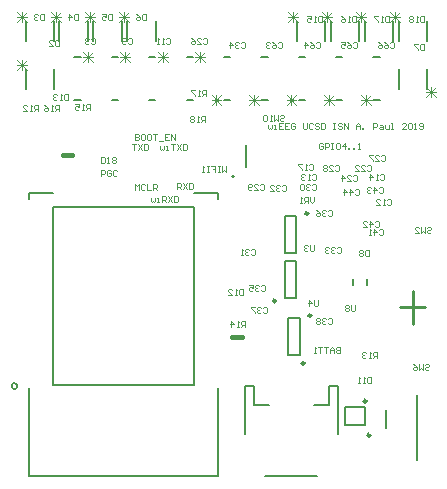
<source format=gbo>
G04*
G04 #@! TF.GenerationSoftware,Altium Limited,Altium Designer,19.1.7 (138)*
G04*
G04 Layer_Color=32896*
%FSLAX43Y43*%
%MOMM*%
G71*
G01*
G75*
%ADD10C,0.200*%
%ADD11C,0.250*%
%ADD15C,0.127*%
%ADD16C,0.254*%
%ADD17C,0.400*%
%ADD18C,0.102*%
%ADD89C,0.152*%
%ADD123C,0.076*%
D10*
X18160Y15675D02*
G03*
X18160Y15675I-100J0D01*
G01*
X19050Y-6100D02*
Y-2100D01*
X19850Y-3700D02*
Y-2100D01*
Y-3700D02*
X21100D01*
X19050Y-2100D02*
X19850D01*
X20800Y-9700D02*
X25200D01*
X26950Y-6100D02*
Y-2100D01*
X24900Y-3700D02*
X26150D01*
Y-2100D02*
X26950D01*
X26150Y-3700D02*
Y-2100D01*
X22700Y3650D02*
X23700D01*
X22700Y550D02*
X23700D01*
Y3650D01*
X22700Y550D02*
Y3650D01*
X22425Y5400D02*
X23425D01*
X22425Y8500D02*
X23425D01*
X22425Y5400D02*
Y8500D01*
X23425Y5400D02*
Y8500D01*
X22425Y9200D02*
Y12300D01*
X23425Y9200D02*
Y12300D01*
X22425Y9200D02*
X23425D01*
X22425Y12300D02*
X23425D01*
X33600Y-8350D02*
Y-2850D01*
X31000Y-5600D02*
Y-4100D01*
X29225Y-5380D02*
Y-3820D01*
X27575D02*
X29225D01*
X27575Y-5380D02*
Y-3820D01*
Y-5380D02*
X29225D01*
D11*
X24125Y-150D02*
G03*
X24125Y-150I-125J0D01*
G01*
X24700Y3900D02*
G03*
X24700Y3900I-125J0D01*
G01*
X21675Y5150D02*
G03*
X21675Y5150I-125J0D01*
G01*
X24425Y12550D02*
G03*
X24425Y12550I-125J0D01*
G01*
X29375Y-3350D02*
G03*
X29375Y-3350I-125J0D01*
G01*
X29685Y-6235D02*
G03*
X29685Y-6235I-125J0D01*
G01*
D15*
X-200Y-2075D02*
G03*
X-200Y-2075I-250J0D01*
G01*
X19175Y16475D02*
Y18375D01*
X2800Y-1940D02*
X14800D01*
Y13060D01*
X2800D02*
X14800D01*
X2800Y-1940D02*
Y13060D01*
X800Y-9700D02*
Y-2200D01*
Y-9700D02*
X16800D01*
Y-2200D01*
X800Y13800D02*
Y14300D01*
X2800D01*
X16800Y13800D02*
Y14300D01*
X14800D02*
X16800D01*
D16*
X33278Y3203D02*
Y5997D01*
Y4600D02*
X34328D01*
X32228D02*
X33278D01*
D17*
X3650Y17525D02*
X4450D01*
X18000Y2075D02*
X18800D01*
D18*
X22039Y20819D02*
X22124Y20904D01*
X22293D01*
X22377Y20819D01*
Y20735D01*
X22293Y20650D01*
X22124D01*
X22039Y20566D01*
Y20481D01*
X22124Y20396D01*
X22293D01*
X22377Y20481D01*
X21870Y20904D02*
Y20396D01*
X21700Y20566D01*
X21531Y20396D01*
Y20904D01*
X21362Y20396D02*
X21192D01*
X21277D01*
Y20904D01*
X21362Y20819D01*
X20939D02*
X20854Y20904D01*
X20685D01*
X20600Y20819D01*
Y20481D01*
X20685Y20396D01*
X20854D01*
X20939Y20481D01*
Y20819D01*
X21050Y20039D02*
Y19785D01*
X21135Y19700D01*
X21219Y19785D01*
X21304Y19700D01*
X21389Y19785D01*
Y20039D01*
X21558Y19700D02*
X21727D01*
X21642D01*
Y20039D01*
X21558D01*
X22320Y20208D02*
X21981D01*
Y19700D01*
X22320D01*
X21981Y19954D02*
X22150D01*
X22827Y20208D02*
X22489D01*
Y19700D01*
X22827D01*
X22489Y19954D02*
X22658D01*
X23335Y20123D02*
X23251Y20208D01*
X23081D01*
X22997Y20123D01*
Y19785D01*
X23081Y19700D01*
X23251D01*
X23335Y19785D01*
Y19954D01*
X23166D01*
X24012Y20208D02*
Y19785D01*
X24097Y19700D01*
X24266D01*
X24351Y19785D01*
Y20208D01*
X24859Y20123D02*
X24774Y20208D01*
X24605D01*
X24520Y20123D01*
Y19785D01*
X24605Y19700D01*
X24774D01*
X24859Y19785D01*
X25367Y20123D02*
X25282Y20208D01*
X25113D01*
X25028Y20123D01*
Y20039D01*
X25113Y19954D01*
X25282D01*
X25367Y19869D01*
Y19785D01*
X25282Y19700D01*
X25113D01*
X25028Y19785D01*
X25536Y20208D02*
Y19700D01*
X25790D01*
X25874Y19785D01*
Y20123D01*
X25790Y20208D01*
X25536D01*
X26552D02*
X26721D01*
X26636D01*
Y19700D01*
X26552D01*
X26721D01*
X27313Y20123D02*
X27229Y20208D01*
X27059D01*
X26975Y20123D01*
Y20039D01*
X27059Y19954D01*
X27229D01*
X27313Y19869D01*
Y19785D01*
X27229Y19700D01*
X27059D01*
X26975Y19785D01*
X27483Y19700D02*
Y20208D01*
X27821Y19700D01*
Y20208D01*
X28498Y19700D02*
Y20039D01*
X28668Y20208D01*
X28837Y20039D01*
Y19700D01*
Y19954D01*
X28498D01*
X29006Y19700D02*
Y19785D01*
X29091D01*
Y19700D01*
X29006D01*
X29937D02*
Y20208D01*
X30191D01*
X30276Y20123D01*
Y19954D01*
X30191Y19869D01*
X29937D01*
X30530Y20039D02*
X30699D01*
X30784Y19954D01*
Y19700D01*
X30530D01*
X30445Y19785D01*
X30530Y19869D01*
X30784D01*
X30953Y20039D02*
Y19785D01*
X31037Y19700D01*
X31291D01*
Y20039D01*
X31461Y19700D02*
X31630D01*
X31545D01*
Y20208D01*
X31461D01*
X32730Y19700D02*
X32392D01*
X32730Y20039D01*
Y20123D01*
X32646Y20208D01*
X32476D01*
X32392Y20123D01*
X32899D02*
X32984Y20208D01*
X33153D01*
X33238Y20123D01*
Y19785D01*
X33153Y19700D01*
X32984D01*
X32899Y19785D01*
Y20123D01*
X33407Y19700D02*
X33577D01*
X33492D01*
Y20208D01*
X33407Y20123D01*
X33831Y19785D02*
X33915Y19700D01*
X34084D01*
X34169Y19785D01*
Y20123D01*
X34084Y20208D01*
X33915D01*
X33831Y20123D01*
Y20039D01*
X33915Y19954D01*
X34169D01*
X29411Y16573D02*
X29496Y16658D01*
X29665D01*
X29750Y16573D01*
Y16235D01*
X29665Y16150D01*
X29496D01*
X29411Y16235D01*
X28904Y16150D02*
X29242D01*
X28904Y16489D01*
Y16573D01*
X28988Y16658D01*
X29158D01*
X29242Y16573D01*
X28396Y16150D02*
X28734D01*
X28396Y16489D01*
Y16573D01*
X28480Y16658D01*
X28650D01*
X28734Y16573D01*
X26661Y16523D02*
X26746Y16608D01*
X26915D01*
X27000Y16523D01*
Y16185D01*
X26915Y16100D01*
X26746D01*
X26661Y16185D01*
X26154Y16100D02*
X26492D01*
X26154Y16439D01*
Y16523D01*
X26238Y16608D01*
X26408D01*
X26492Y16523D01*
X25984D02*
X25900Y16608D01*
X25730D01*
X25646Y16523D01*
Y16439D01*
X25730Y16354D01*
X25646Y16269D01*
Y16185D01*
X25730Y16100D01*
X25900D01*
X25984Y16185D01*
Y16269D01*
X25900Y16354D01*
X25984Y16439D01*
Y16523D01*
X25900Y16354D02*
X25730D01*
X28211Y15673D02*
X28296Y15758D01*
X28465D01*
X28550Y15673D01*
Y15335D01*
X28465Y15250D01*
X28296D01*
X28211Y15335D01*
X27704Y15250D02*
X28042D01*
X27704Y15589D01*
Y15673D01*
X27788Y15758D01*
X27958D01*
X28042Y15673D01*
X27280Y15250D02*
Y15758D01*
X27534Y15504D01*
X27196D01*
X30586Y17423D02*
X30671Y17508D01*
X30840D01*
X30925Y17423D01*
Y17085D01*
X30840Y17000D01*
X30671D01*
X30586Y17085D01*
X30079Y17000D02*
X30417D01*
X30079Y17339D01*
Y17423D01*
X30163Y17508D01*
X30333D01*
X30417Y17423D01*
X29909Y17508D02*
X29571D01*
Y17423D01*
X29909Y17085D01*
Y17000D01*
X30411Y14673D02*
X30496Y14758D01*
X30665D01*
X30750Y14673D01*
Y14335D01*
X30665Y14250D01*
X30496D01*
X30411Y14335D01*
X29988Y14250D02*
Y14758D01*
X30242Y14504D01*
X29904D01*
X29734Y14673D02*
X29650Y14758D01*
X29480D01*
X29396Y14673D01*
Y14589D01*
X29480Y14504D01*
X29565D01*
X29480D01*
X29396Y14419D01*
Y14335D01*
X29480Y14250D01*
X29650D01*
X29734Y14335D01*
X31086Y13673D02*
X31171Y13758D01*
X31340D01*
X31425Y13673D01*
Y13335D01*
X31340Y13250D01*
X31171D01*
X31086Y13335D01*
X30917Y13250D02*
X30748D01*
X30833D01*
Y13758D01*
X30917Y13673D01*
X30155Y13250D02*
X30494D01*
X30155Y13589D01*
Y13673D01*
X30240Y13758D01*
X30409D01*
X30494Y13673D01*
X15800Y22525D02*
Y23033D01*
X15546D01*
X15461Y22948D01*
Y22779D01*
X15546Y22694D01*
X15800D01*
X15631D02*
X15461Y22525D01*
X15292D02*
X15123D01*
X15208D01*
Y23033D01*
X15292Y22948D01*
X14869Y23033D02*
X14530D01*
Y22948D01*
X14869Y22610D01*
Y22525D01*
X15675Y20275D02*
Y20783D01*
X15421D01*
X15336Y20698D01*
Y20529D01*
X15421Y20444D01*
X15675D01*
X15506D02*
X15336Y20275D01*
X15167D02*
X14998D01*
X15083D01*
Y20783D01*
X15167Y20698D01*
X14744D02*
X14659Y20783D01*
X14490D01*
X14405Y20698D01*
Y20614D01*
X14490Y20529D01*
X14405Y20444D01*
Y20360D01*
X14490Y20275D01*
X14659D01*
X14744Y20360D01*
Y20444D01*
X14659Y20529D01*
X14744Y20614D01*
Y20698D01*
X14659Y20529D02*
X14490D01*
X4100Y22683D02*
Y22175D01*
X3846D01*
X3761Y22260D01*
Y22598D01*
X3846Y22683D01*
X4100D01*
X3592Y22175D02*
X3423D01*
X3508D01*
Y22683D01*
X3592Y22598D01*
X3169D02*
X3084Y22683D01*
X2915D01*
X2830Y22598D01*
Y22514D01*
X2915Y22429D01*
X3000D01*
X2915D01*
X2830Y22344D01*
Y22260D01*
X2915Y22175D01*
X3084D01*
X3169Y22260D01*
X2052Y29468D02*
Y28961D01*
X1798D01*
X1713Y29045D01*
Y29384D01*
X1798Y29468D01*
X2052D01*
X1544Y29384D02*
X1460Y29468D01*
X1290D01*
X1206Y29384D01*
Y29299D01*
X1290Y29215D01*
X1375D01*
X1290D01*
X1206Y29130D01*
Y29045D01*
X1290Y28961D01*
X1460D01*
X1544Y29045D01*
X4948Y29468D02*
Y28961D01*
X4694D01*
X4609Y29045D01*
Y29384D01*
X4694Y29468D01*
X4948D01*
X4186Y28961D02*
Y29468D01*
X4440Y29215D01*
X4101D01*
X7818Y29468D02*
Y28961D01*
X7564D01*
X7479Y29045D01*
Y29384D01*
X7564Y29468D01*
X7818D01*
X6971D02*
X7310D01*
Y29215D01*
X7141Y29299D01*
X7056D01*
X6971Y29215D01*
Y29045D01*
X7056Y28961D01*
X7225D01*
X7310Y29045D01*
X10688Y29468D02*
Y28961D01*
X10434D01*
X10349Y29045D01*
Y29384D01*
X10434Y29468D01*
X10688D01*
X9842D02*
X10011Y29384D01*
X10180Y29215D01*
Y29045D01*
X10096Y28961D01*
X9926D01*
X9842Y29045D01*
Y29130D01*
X9926Y29215D01*
X10180D01*
X25564Y29293D02*
Y28786D01*
X25310D01*
X25225Y28870D01*
Y29209D01*
X25310Y29293D01*
X25564D01*
X25056Y28786D02*
X24887D01*
X24972D01*
Y29293D01*
X25056Y29209D01*
X24294Y29293D02*
X24633D01*
Y29040D01*
X24464Y29124D01*
X24379D01*
X24294Y29040D01*
Y28870D01*
X24379Y28786D01*
X24548D01*
X24633Y28870D01*
X28434Y29293D02*
Y28786D01*
X28180D01*
X28096Y28870D01*
Y29209D01*
X28180Y29293D01*
X28434D01*
X27926Y28786D02*
X27757D01*
X27842D01*
Y29293D01*
X27926Y29209D01*
X27165Y29293D02*
X27334Y29209D01*
X27503Y29040D01*
Y28870D01*
X27419Y28786D01*
X27249D01*
X27165Y28870D01*
Y28955D01*
X27249Y29040D01*
X27503D01*
X31304Y29293D02*
Y28786D01*
X31051D01*
X30966Y28870D01*
Y29209D01*
X31051Y29293D01*
X31304D01*
X30797Y28786D02*
X30627D01*
X30712D01*
Y29293D01*
X30797Y29209D01*
X30373Y29293D02*
X30035D01*
Y29209D01*
X30373Y28870D01*
Y28786D01*
X34200Y29293D02*
Y28786D01*
X33946D01*
X33861Y28870D01*
Y29209D01*
X33946Y29293D01*
X34200D01*
X33692Y28786D02*
X33523D01*
X33608D01*
Y29293D01*
X33692Y29209D01*
X33269D02*
X33184Y29293D01*
X33015D01*
X32930Y29209D01*
Y29124D01*
X33015Y29040D01*
X32930Y28955D01*
Y28870D01*
X33015Y28786D01*
X33184D01*
X33269Y28870D01*
Y28955D01*
X33184Y29040D01*
X33269Y29124D01*
Y29209D01*
X33184Y29040D02*
X33015D01*
X34200Y26858D02*
Y26350D01*
X33946D01*
X33861Y26435D01*
Y26773D01*
X33946Y26858D01*
X34200D01*
X33692D02*
X33354D01*
Y26773D01*
X33692Y26435D01*
Y26350D01*
X25664Y18423D02*
X25579Y18508D01*
X25410D01*
X25325Y18423D01*
Y18085D01*
X25410Y18000D01*
X25579D01*
X25664Y18085D01*
Y18254D01*
X25494D01*
X25833Y18000D02*
Y18508D01*
X26087D01*
X26171Y18423D01*
Y18254D01*
X26087Y18169D01*
X25833D01*
X26341Y18508D02*
X26510D01*
X26425D01*
Y18000D01*
X26341D01*
X26510D01*
X27018Y18508D02*
X26849D01*
X26764Y18423D01*
Y18085D01*
X26849Y18000D01*
X27018D01*
X27102Y18085D01*
Y18423D01*
X27018Y18508D01*
X27526Y18000D02*
Y18508D01*
X27272Y18254D01*
X27610D01*
X27780Y18000D02*
Y18085D01*
X27864D01*
Y18000D01*
X27780D01*
X28203D02*
Y18085D01*
X28287D01*
Y18000D01*
X28203D01*
X28626D02*
X28795D01*
X28711D01*
Y18508D01*
X28626Y18423D01*
X9725Y14550D02*
Y15058D01*
X9894Y14889D01*
X10064Y15058D01*
Y14550D01*
X10571Y14973D02*
X10487Y15058D01*
X10317D01*
X10233Y14973D01*
Y14635D01*
X10317Y14550D01*
X10487D01*
X10571Y14635D01*
X10741Y15058D02*
Y14550D01*
X11079D01*
X11248D02*
Y15058D01*
X11502D01*
X11587Y14973D01*
Y14804D01*
X11502Y14719D01*
X11248D01*
X11418D02*
X11587Y14550D01*
X11150Y13889D02*
Y13635D01*
X11235Y13550D01*
X11319Y13635D01*
X11404Y13550D01*
X11489Y13635D01*
Y13889D01*
X11658Y13550D02*
X11827D01*
X11742D01*
Y13889D01*
X11658D01*
X12081Y13550D02*
Y14058D01*
X12335D01*
X12420Y13973D01*
Y13804D01*
X12335Y13719D01*
X12081D01*
X12250D02*
X12420Y13550D01*
X12589Y14058D02*
X12927Y13550D01*
Y14058D02*
X12589Y13550D01*
X13097Y14058D02*
Y13550D01*
X13351D01*
X13435Y13635D01*
Y13973D01*
X13351Y14058D01*
X13097D01*
X13350Y14625D02*
Y15133D01*
X13604D01*
X13689Y15048D01*
Y14879D01*
X13604Y14794D01*
X13350D01*
X13519D02*
X13689Y14625D01*
X13858Y15133D02*
X14196Y14625D01*
Y15133D02*
X13858Y14625D01*
X14366Y15133D02*
Y14625D01*
X14620D01*
X14704Y14710D01*
Y15048D01*
X14620Y15133D01*
X14366D01*
X11875Y18264D02*
Y18010D01*
X11960Y17925D01*
X12044Y18010D01*
X12129Y17925D01*
X12214Y18010D01*
Y18264D01*
X12383Y17925D02*
X12552D01*
X12467D01*
Y18264D01*
X12383D01*
X12806Y18433D02*
X13145D01*
X12975D01*
Y17925D01*
X13314Y18433D02*
X13652Y17925D01*
Y18433D02*
X13314Y17925D01*
X13822Y18433D02*
Y17925D01*
X14076D01*
X14160Y18010D01*
Y18348D01*
X14076Y18433D01*
X13822D01*
X9800Y19308D02*
Y18800D01*
X10054D01*
X10139Y18885D01*
Y18969D01*
X10054Y19054D01*
X9800D01*
X10054D01*
X10139Y19139D01*
Y19223D01*
X10054Y19308D01*
X9800D01*
X10562D02*
X10392D01*
X10308Y19223D01*
Y18885D01*
X10392Y18800D01*
X10562D01*
X10646Y18885D01*
Y19223D01*
X10562Y19308D01*
X11070D02*
X10900D01*
X10816Y19223D01*
Y18885D01*
X10900Y18800D01*
X11070D01*
X11154Y18885D01*
Y19223D01*
X11070Y19308D01*
X11324D02*
X11662D01*
X11493D01*
Y18800D01*
X11831Y18715D02*
X12170D01*
X12678Y19308D02*
X12339D01*
Y18800D01*
X12678D01*
X12339Y19054D02*
X12508D01*
X12847Y18800D02*
Y19308D01*
X13186Y18800D01*
Y19308D01*
X9475Y18408D02*
X9814D01*
X9644D01*
Y17900D01*
X9983Y18408D02*
X10321Y17900D01*
Y18408D02*
X9983Y17900D01*
X10491Y18408D02*
Y17900D01*
X10745D01*
X10829Y17985D01*
Y18323D01*
X10745Y18408D01*
X10491D01*
X6850Y15700D02*
Y16208D01*
X7104D01*
X7189Y16123D01*
Y15954D01*
X7104Y15869D01*
X6850D01*
X7696Y16123D02*
X7612Y16208D01*
X7442D01*
X7358Y16123D01*
Y15785D01*
X7442Y15700D01*
X7612D01*
X7696Y15785D01*
Y15954D01*
X7527D01*
X8204Y16123D02*
X8120Y16208D01*
X7950D01*
X7866Y16123D01*
Y15785D01*
X7950Y15700D01*
X8120D01*
X8204Y15785D01*
X6875Y17358D02*
Y16850D01*
X7129D01*
X7214Y16935D01*
Y17273D01*
X7129Y17358D01*
X6875D01*
X7383Y16850D02*
X7552D01*
X7467D01*
Y17358D01*
X7383Y17273D01*
X7806D02*
X7891Y17358D01*
X8060D01*
X8145Y17273D01*
Y17189D01*
X8060Y17104D01*
X8145Y17019D01*
Y16935D01*
X8060Y16850D01*
X7891D01*
X7806Y16935D01*
Y17019D01*
X7891Y17104D01*
X7806Y17189D01*
Y17273D01*
X7891Y17104D02*
X8060D01*
X28372Y4775D02*
Y4352D01*
X28287Y4267D01*
X28118D01*
X28033Y4352D01*
Y4775D01*
X27864Y4690D02*
X27779Y4775D01*
X27610D01*
X27525Y4690D01*
Y4606D01*
X27610Y4521D01*
X27525Y4437D01*
Y4352D01*
X27610Y4267D01*
X27779D01*
X27864Y4352D01*
Y4437D01*
X27779Y4521D01*
X27864Y4606D01*
Y4690D01*
X27779Y4521D02*
X27610D01*
X27127Y1219D02*
Y711D01*
X26873D01*
X26789Y796D01*
Y881D01*
X26873Y965D01*
X27127D01*
X26873D01*
X26789Y1050D01*
Y1134D01*
X26873Y1219D01*
X27127D01*
X26619Y711D02*
Y1050D01*
X26450Y1219D01*
X26281Y1050D01*
Y711D01*
Y965D01*
X26619D01*
X26112Y1219D02*
X25773D01*
X25942D01*
Y711D01*
X25604Y1219D02*
X25265D01*
X25434D01*
Y711D01*
X25096D02*
X24927D01*
X25011D01*
Y1219D01*
X25096Y1134D01*
X17475Y16561D02*
Y16053D01*
X17306Y16222D01*
X17137Y16053D01*
Y16561D01*
X16967D02*
X16798D01*
X16883D01*
Y16053D01*
X16967D01*
X16798D01*
X16206Y16561D02*
X16544D01*
Y16307D01*
X16375D01*
X16544D01*
Y16053D01*
X16036Y16561D02*
X15867D01*
X15952D01*
Y16053D01*
X16036D01*
X15867D01*
X15613D02*
X15444D01*
X15529D01*
Y16561D01*
X15613Y16476D01*
X12387Y27296D02*
X12472Y27381D01*
X12641D01*
X12725Y27296D01*
Y26958D01*
X12641Y26873D01*
X12472D01*
X12387Y26958D01*
X12218Y26873D02*
X12048D01*
X12133D01*
Y27381D01*
X12218Y27296D01*
X11794Y26873D02*
X11625D01*
X11710D01*
Y27381D01*
X11794Y27296D01*
X15562D02*
X15647Y27381D01*
X15816D01*
X15900Y27296D01*
Y26958D01*
X15816Y26873D01*
X15647D01*
X15562Y26958D01*
X15054Y26873D02*
X15393D01*
X15054Y27212D01*
Y27296D01*
X15139Y27381D01*
X15308D01*
X15393Y27296D01*
X14546Y27381D02*
X14715Y27296D01*
X14885Y27127D01*
Y26958D01*
X14800Y26873D01*
X14631D01*
X14546Y26958D01*
Y27043D01*
X14631Y27127D01*
X14885D01*
X24943Y13919D02*
Y13581D01*
X24774Y13411D01*
X24604Y13581D01*
Y13919D01*
X24435Y13411D02*
Y13919D01*
X24181D01*
X24096Y13834D01*
Y13665D01*
X24181Y13581D01*
X24435D01*
X24266D02*
X24096Y13411D01*
X23927D02*
X23758D01*
X23843D01*
Y13919D01*
X23927Y13834D01*
X25248Y5258D02*
Y4834D01*
X25163Y4750D01*
X24994D01*
X24909Y4834D01*
Y5258D01*
X24486Y4750D02*
Y5258D01*
X24740Y5004D01*
X24401D01*
X24943Y9880D02*
Y9457D01*
X24858Y9373D01*
X24689D01*
X24604Y9457D01*
Y9880D01*
X24435Y9796D02*
X24350Y9880D01*
X24181D01*
X24096Y9796D01*
Y9711D01*
X24181Y9627D01*
X24266D01*
X24181D01*
X24096Y9542D01*
Y9457D01*
X24181Y9373D01*
X24350D01*
X24435Y9457D01*
X34332Y-288D02*
X34417Y-203D01*
X34586D01*
X34671Y-288D01*
Y-373D01*
X34586Y-457D01*
X34417D01*
X34332Y-542D01*
Y-627D01*
X34417Y-711D01*
X34586D01*
X34671Y-627D01*
X34163Y-203D02*
Y-711D01*
X33994Y-542D01*
X33825Y-711D01*
Y-203D01*
X33317D02*
X33486Y-288D01*
X33655Y-457D01*
Y-627D01*
X33571Y-711D01*
X33401D01*
X33317Y-627D01*
Y-542D01*
X33401Y-457D01*
X33655D01*
X34485Y11320D02*
X34570Y11404D01*
X34739D01*
X34823Y11320D01*
Y11235D01*
X34739Y11151D01*
X34570D01*
X34485Y11066D01*
Y10981D01*
X34570Y10897D01*
X34739D01*
X34823Y10981D01*
X34316Y11404D02*
Y10897D01*
X34146Y11066D01*
X33977Y10897D01*
Y11404D01*
X33469Y10897D02*
X33808D01*
X33469Y11235D01*
Y11320D01*
X33554Y11404D01*
X33723D01*
X33808Y11320D01*
X3327Y21260D02*
Y21768D01*
X3074D01*
X2989Y21683D01*
Y21514D01*
X3074Y21429D01*
X3327D01*
X3158D02*
X2989Y21260D01*
X2820D02*
X2650D01*
X2735D01*
Y21768D01*
X2820Y21683D01*
X2058Y21768D02*
X2227Y21683D01*
X2396Y21514D01*
Y21344D01*
X2312Y21260D01*
X2142D01*
X2058Y21344D01*
Y21429D01*
X2142Y21514D01*
X2396D01*
X5918Y21285D02*
Y21793D01*
X5664D01*
X5580Y21708D01*
Y21539D01*
X5664Y21455D01*
X5918D01*
X5749D02*
X5580Y21285D01*
X5410D02*
X5241D01*
X5326D01*
Y21793D01*
X5410Y21708D01*
X4649Y21793D02*
X4987D01*
Y21539D01*
X4818Y21624D01*
X4733D01*
X4649Y21539D01*
Y21370D01*
X4733Y21285D01*
X4903D01*
X4987Y21370D01*
X19075Y2946D02*
Y3454D01*
X18822D01*
X18737Y3370D01*
Y3200D01*
X18822Y3116D01*
X19075D01*
X18906D02*
X18737Y2946D01*
X18568D02*
X18398D01*
X18483D01*
Y3454D01*
X18568Y3370D01*
X17890Y2946D02*
Y3454D01*
X18144Y3200D01*
X17806D01*
X30226Y279D02*
Y787D01*
X29972D01*
X29887Y703D01*
Y533D01*
X29972Y449D01*
X30226D01*
X30057D02*
X29887Y279D01*
X29718D02*
X29549D01*
X29634D01*
Y787D01*
X29718Y703D01*
X29295D02*
X29210Y787D01*
X29041D01*
X28956Y703D01*
Y618D01*
X29041Y533D01*
X29126D01*
X29041D01*
X28956Y449D01*
Y364D01*
X29041Y279D01*
X29210D01*
X29295Y364D01*
X1549Y21234D02*
Y21742D01*
X1296D01*
X1211Y21658D01*
Y21488D01*
X1296Y21404D01*
X1549D01*
X1380D02*
X1211Y21234D01*
X1042D02*
X872D01*
X957D01*
Y21742D01*
X1042Y21658D01*
X280Y21234D02*
X618D01*
X280Y21573D01*
Y21658D01*
X364Y21742D01*
X534D01*
X618Y21658D01*
X18898Y6121D02*
Y5613D01*
X18644D01*
X18559Y5698D01*
Y6037D01*
X18644Y6121D01*
X18898D01*
X18390Y5613D02*
X18221D01*
X18305D01*
Y6121D01*
X18390Y6037D01*
X17628Y5613D02*
X17967D01*
X17628Y5952D01*
Y6037D01*
X17713Y6121D01*
X17882D01*
X17967Y6037D01*
X29718Y-1270D02*
Y-1778D01*
X29464D01*
X29379Y-1693D01*
Y-1355D01*
X29464Y-1270D01*
X29718D01*
X29210Y-1778D02*
X29041D01*
X29126D01*
Y-1270D01*
X29210Y-1355D01*
X28787Y-1778D02*
X28618D01*
X28702D01*
Y-1270D01*
X28787Y-1355D01*
X29591Y9449D02*
Y8941D01*
X29337D01*
X29252Y9025D01*
Y9364D01*
X29337Y9449D01*
X29591D01*
X29083Y9364D02*
X28999Y9449D01*
X28829D01*
X28745Y9364D01*
Y9279D01*
X28829Y9195D01*
X28745Y9110D01*
Y9025D01*
X28829Y8941D01*
X28999D01*
X29083Y9025D01*
Y9110D01*
X28999Y9195D01*
X29083Y9279D01*
Y9364D01*
X28999Y9195D02*
X28829D01*
X3302Y27254D02*
Y26746D01*
X3048D01*
X2963Y26831D01*
Y27169D01*
X3048Y27254D01*
X3302D01*
X2456Y26746D02*
X2794D01*
X2456Y27085D01*
Y27169D01*
X2540Y27254D01*
X2710D01*
X2794Y27169D01*
X31386Y26941D02*
X31471Y27025D01*
X31640D01*
X31725Y26941D01*
Y26602D01*
X31640Y26518D01*
X31471D01*
X31386Y26602D01*
X30878Y27025D02*
X31048Y26941D01*
X31217Y26772D01*
Y26602D01*
X31132Y26518D01*
X30963D01*
X30878Y26602D01*
Y26687D01*
X30963Y26772D01*
X31217D01*
X30370Y27025D02*
X30540Y26941D01*
X30709Y26772D01*
Y26602D01*
X30624Y26518D01*
X30455D01*
X30370Y26602D01*
Y26687D01*
X30455Y26772D01*
X30709D01*
X28211Y26941D02*
X28296Y27025D01*
X28465D01*
X28550Y26941D01*
Y26602D01*
X28465Y26518D01*
X28296D01*
X28211Y26602D01*
X27703Y27025D02*
X27873Y26941D01*
X28042Y26772D01*
Y26602D01*
X27957Y26518D01*
X27788D01*
X27703Y26602D01*
Y26687D01*
X27788Y26772D01*
X28042D01*
X27195Y27025D02*
X27534D01*
Y26772D01*
X27365Y26856D01*
X27280D01*
X27195Y26772D01*
Y26602D01*
X27280Y26518D01*
X27449D01*
X27534Y26602D01*
X25061Y26941D02*
X25146Y27025D01*
X25315D01*
X25400Y26941D01*
Y26602D01*
X25315Y26518D01*
X25146D01*
X25061Y26602D01*
X24554Y27025D02*
X24723Y26941D01*
X24892Y26772D01*
Y26602D01*
X24808Y26518D01*
X24638D01*
X24554Y26602D01*
Y26687D01*
X24638Y26772D01*
X24892D01*
X24130Y26518D02*
Y27025D01*
X24384Y26772D01*
X24046D01*
X21886Y26941D02*
X21971Y27025D01*
X22140D01*
X22225Y26941D01*
Y26602D01*
X22140Y26518D01*
X21971D01*
X21886Y26602D01*
X21379Y27025D02*
X21548Y26941D01*
X21717Y26772D01*
Y26602D01*
X21633Y26518D01*
X21463D01*
X21379Y26602D01*
Y26687D01*
X21463Y26772D01*
X21717D01*
X21209Y26941D02*
X21125Y27025D01*
X20955D01*
X20871Y26941D01*
Y26856D01*
X20955Y26772D01*
X21040D01*
X20955D01*
X20871Y26687D01*
Y26602D01*
X20955Y26518D01*
X21125D01*
X21209Y26602D01*
X28363Y14520D02*
X28448Y14605D01*
X28617D01*
X28702Y14520D01*
Y14182D01*
X28617Y14097D01*
X28448D01*
X28363Y14182D01*
X27940Y14097D02*
Y14605D01*
X28194Y14351D01*
X27856D01*
X27432Y14097D02*
Y14605D01*
X27686Y14351D01*
X27348D01*
X30065Y11853D02*
X30150Y11938D01*
X30319D01*
X30404Y11853D01*
Y11515D01*
X30319Y11430D01*
X30150D01*
X30065Y11515D01*
X29642Y11430D02*
Y11938D01*
X29896Y11684D01*
X29557D01*
X29050Y11430D02*
X29388D01*
X29050Y11769D01*
Y11853D01*
X29134Y11938D01*
X29304D01*
X29388Y11853D01*
X30446Y11117D02*
X30531Y11201D01*
X30700D01*
X30785Y11117D01*
Y10778D01*
X30700Y10693D01*
X30531D01*
X30446Y10778D01*
X30023Y10693D02*
Y11201D01*
X30277Y10947D01*
X29938D01*
X29769Y10693D02*
X29600D01*
X29685D01*
Y11201D01*
X29769Y11117D01*
X26128Y3649D02*
X26213Y3734D01*
X26382D01*
X26467Y3649D01*
Y3310D01*
X26382Y3226D01*
X26213D01*
X26128Y3310D01*
X25959Y3649D02*
X25874Y3734D01*
X25705D01*
X25620Y3649D01*
Y3564D01*
X25705Y3480D01*
X25790D01*
X25705D01*
X25620Y3395D01*
Y3310D01*
X25705Y3226D01*
X25874D01*
X25959Y3310D01*
X25451Y3649D02*
X25367Y3734D01*
X25197D01*
X25113Y3649D01*
Y3564D01*
X25197Y3480D01*
X25113Y3395D01*
Y3310D01*
X25197Y3226D01*
X25367D01*
X25451Y3310D01*
Y3395D01*
X25367Y3480D01*
X25451Y3564D01*
Y3649D01*
X25367Y3480D02*
X25197D01*
X20591Y4513D02*
X20676Y4597D01*
X20845D01*
X20930Y4513D01*
Y4174D01*
X20845Y4089D01*
X20676D01*
X20591Y4174D01*
X20422Y4513D02*
X20337Y4597D01*
X20168D01*
X20083Y4513D01*
Y4428D01*
X20168Y4343D01*
X20253D01*
X20168D01*
X20083Y4259D01*
Y4174D01*
X20168Y4089D01*
X20337D01*
X20422Y4174D01*
X19914Y4597D02*
X19575D01*
Y4513D01*
X19914Y4174D01*
Y4089D01*
X26128Y12717D02*
X26213Y12801D01*
X26382D01*
X26467Y12717D01*
Y12378D01*
X26382Y12294D01*
X26213D01*
X26128Y12378D01*
X25959Y12717D02*
X25874Y12801D01*
X25705D01*
X25620Y12717D01*
Y12632D01*
X25705Y12548D01*
X25790D01*
X25705D01*
X25620Y12463D01*
Y12378D01*
X25705Y12294D01*
X25874D01*
X25959Y12378D01*
X25113Y12801D02*
X25282Y12717D01*
X25451Y12548D01*
Y12378D01*
X25367Y12294D01*
X25197D01*
X25113Y12378D01*
Y12463D01*
X25197Y12548D01*
X25451D01*
X20439Y6418D02*
X20523Y6502D01*
X20693D01*
X20777Y6418D01*
Y6079D01*
X20693Y5994D01*
X20523D01*
X20439Y6079D01*
X20269Y6418D02*
X20185Y6502D01*
X20015D01*
X19931Y6418D01*
Y6333D01*
X20015Y6248D01*
X20100D01*
X20015D01*
X19931Y6164D01*
Y6079D01*
X20015Y5994D01*
X20185D01*
X20269Y6079D01*
X19423Y6502D02*
X19762D01*
Y6248D01*
X19592Y6333D01*
X19508D01*
X19423Y6248D01*
Y6079D01*
X19508Y5994D01*
X19677D01*
X19762Y6079D01*
X18711Y26941D02*
X18796Y27025D01*
X18965D01*
X19050Y26941D01*
Y26602D01*
X18965Y26518D01*
X18796D01*
X18711Y26602D01*
X18542Y26941D02*
X18458Y27025D01*
X18288D01*
X18204Y26941D01*
Y26856D01*
X18288Y26772D01*
X18373D01*
X18288D01*
X18204Y26687D01*
Y26602D01*
X18288Y26518D01*
X18458D01*
X18542Y26602D01*
X17780Y26518D02*
Y27025D01*
X18034Y26772D01*
X17696D01*
X26890Y9593D02*
X26975Y9677D01*
X27144D01*
X27229Y9593D01*
Y9254D01*
X27144Y9169D01*
X26975D01*
X26890Y9254D01*
X26721Y9593D02*
X26636Y9677D01*
X26467D01*
X26382Y9593D01*
Y9508D01*
X26467Y9423D01*
X26552D01*
X26467D01*
X26382Y9339D01*
Y9254D01*
X26467Y9169D01*
X26636D01*
X26721Y9254D01*
X26213Y9593D02*
X26129Y9677D01*
X25959D01*
X25875Y9593D01*
Y9508D01*
X25959Y9423D01*
X26044D01*
X25959D01*
X25875Y9339D01*
Y9254D01*
X25959Y9169D01*
X26129D01*
X26213Y9254D01*
X22191Y14901D02*
X22276Y14986D01*
X22445D01*
X22530Y14901D01*
Y14563D01*
X22445Y14478D01*
X22276D01*
X22191Y14563D01*
X22022Y14901D02*
X21937Y14986D01*
X21768D01*
X21683Y14901D01*
Y14817D01*
X21768Y14732D01*
X21853D01*
X21768D01*
X21683Y14647D01*
Y14563D01*
X21768Y14478D01*
X21937D01*
X22022Y14563D01*
X21176Y14478D02*
X21514D01*
X21176Y14817D01*
Y14901D01*
X21260Y14986D01*
X21430D01*
X21514Y14901D01*
X19600Y9415D02*
X19685Y9499D01*
X19854D01*
X19939Y9415D01*
Y9076D01*
X19854Y8992D01*
X19685D01*
X19600Y9076D01*
X19431Y9415D02*
X19347Y9499D01*
X19177D01*
X19093Y9415D01*
Y9330D01*
X19177Y9246D01*
X19262D01*
X19177D01*
X19093Y9161D01*
Y9076D01*
X19177Y8992D01*
X19347D01*
X19431Y9076D01*
X18923Y8992D02*
X18754D01*
X18839D01*
Y9499D01*
X18923Y9415D01*
X24782Y14977D02*
X24867Y15062D01*
X25036D01*
X25121Y14977D01*
Y14639D01*
X25036Y14554D01*
X24867D01*
X24782Y14639D01*
X24613Y14977D02*
X24528Y15062D01*
X24359D01*
X24274Y14977D01*
Y14893D01*
X24359Y14808D01*
X24444D01*
X24359D01*
X24274Y14724D01*
Y14639D01*
X24359Y14554D01*
X24528D01*
X24613Y14639D01*
X24105Y14977D02*
X24020Y15062D01*
X23851D01*
X23766Y14977D01*
Y14639D01*
X23851Y14554D01*
X24020D01*
X24105Y14639D01*
Y14977D01*
X20312Y14927D02*
X20396Y15011D01*
X20566D01*
X20650Y14927D01*
Y14588D01*
X20566Y14503D01*
X20396D01*
X20312Y14588D01*
X19804Y14503D02*
X20142D01*
X19804Y14842D01*
Y14927D01*
X19889Y15011D01*
X20058D01*
X20142Y14927D01*
X19635Y14588D02*
X19550Y14503D01*
X19381D01*
X19296Y14588D01*
Y14927D01*
X19381Y15011D01*
X19550D01*
X19635Y14927D01*
Y14842D01*
X19550Y14757D01*
X19296D01*
X24503Y16679D02*
X24587Y16764D01*
X24757D01*
X24841Y16679D01*
Y16341D01*
X24757Y16256D01*
X24587D01*
X24503Y16341D01*
X24333Y16256D02*
X24164D01*
X24249D01*
Y16764D01*
X24333Y16679D01*
X23910Y16764D02*
X23572D01*
Y16679D01*
X23910Y16341D01*
Y16256D01*
X30522Y15790D02*
X30607Y15875D01*
X30776D01*
X30861Y15790D01*
Y15452D01*
X30776Y15367D01*
X30607D01*
X30522Y15452D01*
X30353Y15367D02*
X30184D01*
X30269D01*
Y15875D01*
X30353Y15790D01*
X29676Y15367D02*
Y15875D01*
X29930Y15621D01*
X29591D01*
X24782Y15841D02*
X24867Y15926D01*
X25036D01*
X25121Y15841D01*
Y15502D01*
X25036Y15418D01*
X24867D01*
X24782Y15502D01*
X24613Y15418D02*
X24444D01*
X24528D01*
Y15926D01*
X24613Y15841D01*
X24190D02*
X24105Y15926D01*
X23936D01*
X23851Y15841D01*
Y15756D01*
X23936Y15672D01*
X24020D01*
X23936D01*
X23851Y15587D01*
Y15502D01*
X23936Y15418D01*
X24105D01*
X24190Y15502D01*
X9212Y27296D02*
X9297Y27381D01*
X9466D01*
X9550Y27296D01*
Y26958D01*
X9466Y26873D01*
X9297D01*
X9212Y26958D01*
X9043D02*
X8958Y26873D01*
X8789D01*
X8704Y26958D01*
Y27296D01*
X8789Y27381D01*
X8958D01*
X9043Y27296D01*
Y27212D01*
X8958Y27127D01*
X8704D01*
X6062Y27296D02*
X6147Y27381D01*
X6316D01*
X6401Y27296D01*
Y26958D01*
X6316Y26873D01*
X6147D01*
X6062Y26958D01*
X5893Y27296D02*
X5808Y27381D01*
X5639D01*
X5554Y27296D01*
Y27212D01*
X5639Y27127D01*
X5724D01*
X5639D01*
X5554Y27043D01*
Y26958D01*
X5639Y26873D01*
X5808D01*
X5893Y26958D01*
D89*
X2907Y27187D02*
Y28863D01*
X494Y27187D02*
Y28863D01*
X5781Y27187D02*
Y28863D01*
X3368Y27187D02*
Y28863D01*
X8657Y27187D02*
Y28863D01*
X6244Y27187D02*
Y28863D01*
X11531Y27187D02*
Y28863D01*
X9118Y27187D02*
Y28863D01*
X25881Y27187D02*
Y28863D01*
X23468Y27187D02*
Y28863D01*
X28757Y27187D02*
Y28863D01*
X26344Y27187D02*
Y28863D01*
X31631Y27187D02*
Y28863D01*
X29218Y27187D02*
Y28863D01*
X34507Y27187D02*
Y28863D01*
X32094Y27187D02*
Y28863D01*
X34507Y23112D02*
Y24788D01*
X32094Y23112D02*
Y24788D01*
X28203Y6465D02*
Y7035D01*
X29447Y6465D02*
Y7035D01*
X494Y23112D02*
Y24788D01*
X2907Y23112D02*
Y24788D01*
X29943Y22116D02*
X30485D01*
X29943Y25773D02*
X30485D01*
X26779Y22121D02*
X27321D01*
X26779Y25779D02*
X27321D01*
X23629Y22121D02*
X24171D01*
X23629Y25779D02*
X24171D01*
X20454Y22121D02*
X20996D01*
X20454Y25779D02*
X20996D01*
X17279Y22121D02*
X17821D01*
X17279Y25779D02*
X17821D01*
X14129D02*
X14671D01*
X14129Y22121D02*
X14671D01*
X10954Y25779D02*
X11496D01*
X10954Y22121D02*
X11496D01*
X7779Y25779D02*
X8321D01*
X7779Y22121D02*
X8321D01*
X4615Y25773D02*
X5157D01*
X4615Y22116D02*
X5157D01*
D123*
X-237Y29574D02*
X610Y28728D01*
Y29574D02*
X-237Y28728D01*
X187Y29574D02*
Y28728D01*
X610Y29151D02*
X-237D01*
X2638Y29574D02*
X3485Y28728D01*
Y29574D02*
X2638Y28728D01*
X3062Y29574D02*
Y28728D01*
X3485Y29151D02*
X2638D01*
X5513Y29574D02*
X6360Y28728D01*
Y29574D02*
X5513Y28728D01*
X5937Y29574D02*
Y28728D01*
X6360Y29151D02*
X5513D01*
X8388Y29574D02*
X9235Y28728D01*
Y29574D02*
X8388Y28728D01*
X8812Y29574D02*
Y28728D01*
X9235Y29151D02*
X8388D01*
X22738Y29574D02*
X23585Y28728D01*
Y29574D02*
X22738Y28728D01*
X23162Y29574D02*
Y28728D01*
X23585Y29151D02*
X22738D01*
X25613Y29574D02*
X26460Y28728D01*
Y29574D02*
X25613Y28728D01*
X26037Y29574D02*
Y28728D01*
X26460Y29151D02*
X25613D01*
X28488Y29574D02*
X29335Y28728D01*
Y29574D02*
X28488Y28728D01*
X28912Y29574D02*
Y28728D01*
X29335Y29151D02*
X28488D01*
X31363Y29574D02*
X32210Y28728D01*
Y29574D02*
X31363Y28728D01*
X31787Y29574D02*
Y28728D01*
X32210Y29151D02*
X31363D01*
X35237Y22401D02*
X34390Y23247D01*
Y22401D02*
X35237Y23247D01*
X34813Y22401D02*
Y23247D01*
X34390Y22824D02*
X35237D01*
X-237Y25499D02*
X610Y24653D01*
Y25499D02*
X-237Y24653D01*
X187Y25499D02*
Y24653D01*
X610Y25076D02*
X-237D01*
X28906Y21705D02*
X29753Y22552D01*
X28906D02*
X29753Y21705D01*
X28906Y22129D02*
X29753D01*
X29330Y22552D02*
Y21705D01*
X25742Y21711D02*
X26588Y22557D01*
X25742D02*
X26588Y21711D01*
X25742Y22134D02*
X26588D01*
X26165Y22557D02*
Y21711D01*
X22592D02*
X23438Y22557D01*
X22592D02*
X23438Y21711D01*
X22592Y22134D02*
X23438D01*
X23015Y22557D02*
Y21711D01*
X19417D02*
X20263Y22557D01*
X19417D02*
X20263Y21711D01*
X19417Y22134D02*
X20263D01*
X19840Y22557D02*
Y21711D01*
X16242D02*
X17088Y22557D01*
X16242D02*
X17088Y21711D01*
X16242Y22134D02*
X17088D01*
X16665Y22557D02*
Y21711D01*
X15708Y26189D02*
X14862Y25343D01*
X15708D02*
X14862Y26189D01*
X15708Y25766D02*
X14862D01*
X15285Y25343D02*
Y26189D01*
X12533D02*
X11687Y25343D01*
X12533D02*
X11687Y26189D01*
X12533Y25766D02*
X11687D01*
X12110Y25343D02*
Y26189D01*
X9358D02*
X8512Y25343D01*
X9358D02*
X8512Y26189D01*
X9358Y25766D02*
X8512D01*
X8935Y25343D02*
Y26189D01*
X6194Y26184D02*
X5347Y25337D01*
X6194D02*
X5347Y26184D01*
X6194Y25760D02*
X5347D01*
X5771Y25337D02*
Y26184D01*
M02*

</source>
